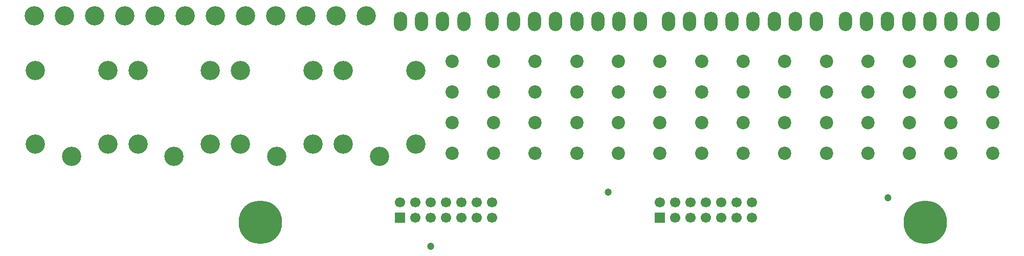
<source format=gbs>
G04 Layer_Color=16711935*
%FSLAX42Y42*%
%MOMM*%
G71*
G01*
G75*
%ADD29C,3.20*%
%ADD30C,2.20*%
%ADD31C,1.70*%
%ADD32R,1.70X1.70*%
%ADD33O,2.20X3.20*%
%ADD34C,7.20*%
%ADD35C,1.20*%
D29*
X1750Y3425D02*
D03*
X750D02*
D03*
X1250D02*
D03*
X250D02*
D03*
X-750D02*
D03*
X-250D02*
D03*
X-1250D02*
D03*
X-2250D02*
D03*
X-1750D02*
D03*
X-2750D02*
D03*
X-3750D02*
D03*
X-3250D02*
D03*
X2569Y2512D02*
D03*
X1369D02*
D03*
X1969Y1092D02*
D03*
X2569Y1292D02*
D03*
X1369D02*
D03*
X869Y2512D02*
D03*
X-331D02*
D03*
X269Y1092D02*
D03*
X869Y1292D02*
D03*
X-331D02*
D03*
X-831Y2512D02*
D03*
X-2031D02*
D03*
X-1431Y1092D02*
D03*
X-831Y1292D02*
D03*
X-2031D02*
D03*
X-2531Y2512D02*
D03*
X-3731D02*
D03*
X-3131Y1092D02*
D03*
X-2531Y1292D02*
D03*
X-3731D02*
D03*
D30*
X3169Y1648D02*
D03*
X3169Y2156D02*
D03*
X3169Y2664D02*
D03*
X3169Y1140D02*
D03*
X3857Y1648D02*
D03*
X3857Y2156D02*
D03*
X3857Y2664D02*
D03*
Y1140D02*
D03*
X4546Y1648D02*
D03*
X4546Y2156D02*
D03*
Y2664D02*
D03*
Y1140D02*
D03*
X5234Y1648D02*
D03*
X5234Y2156D02*
D03*
X5234Y2664D02*
D03*
X5234Y1140D02*
D03*
X5922Y1648D02*
D03*
Y2156D02*
D03*
Y2664D02*
D03*
Y1140D02*
D03*
X6611Y1648D02*
D03*
Y2156D02*
D03*
Y2664D02*
D03*
Y1140D02*
D03*
X7299Y1648D02*
D03*
Y2156D02*
D03*
Y2664D02*
D03*
Y1140D02*
D03*
X7988Y1648D02*
D03*
X7988Y2156D02*
D03*
X7988Y2664D02*
D03*
X7988Y1140D02*
D03*
X9365Y1648D02*
D03*
X9365Y2156D02*
D03*
Y2664D02*
D03*
Y1140D02*
D03*
X10053Y1648D02*
D03*
Y2156D02*
D03*
X10053Y2664D02*
D03*
X10053Y1140D02*
D03*
X10742Y1648D02*
D03*
X10742Y2156D02*
D03*
Y2664D02*
D03*
Y1140D02*
D03*
X11430Y1648D02*
D03*
Y2156D02*
D03*
X11430Y2664D02*
D03*
X11430Y1140D02*
D03*
X12119Y1648D02*
D03*
X12119Y2156D02*
D03*
X12119Y2664D02*
D03*
Y1140D02*
D03*
X8676Y1648D02*
D03*
Y2156D02*
D03*
Y2664D02*
D03*
Y1140D02*
D03*
D31*
X3831Y75D02*
D03*
Y329D02*
D03*
X3577Y75D02*
D03*
Y329D02*
D03*
X3323D02*
D03*
Y75D02*
D03*
X3069Y329D02*
D03*
Y75D02*
D03*
X2815Y329D02*
D03*
Y75D02*
D03*
X2561Y329D02*
D03*
Y75D02*
D03*
X2307Y329D02*
D03*
X8131Y75D02*
D03*
Y329D02*
D03*
X7877Y75D02*
D03*
Y329D02*
D03*
X7623D02*
D03*
Y75D02*
D03*
X7369Y329D02*
D03*
Y75D02*
D03*
X7115Y329D02*
D03*
Y75D02*
D03*
X6861Y329D02*
D03*
Y75D02*
D03*
X6607Y329D02*
D03*
D32*
X2307Y75D02*
D03*
X6607D02*
D03*
D33*
X2312Y3325D02*
D03*
X2662D02*
D03*
X3012D02*
D03*
X3362D02*
D03*
X3833D02*
D03*
X4183D02*
D03*
X4533D02*
D03*
X4883D02*
D03*
X5233D02*
D03*
X5583D02*
D03*
X5933D02*
D03*
X6283D02*
D03*
X6753Y3325D02*
D03*
X7103D02*
D03*
X7453D02*
D03*
X7803D02*
D03*
X8153D02*
D03*
X8503D02*
D03*
X8853D02*
D03*
X9203D02*
D03*
X9678D02*
D03*
X10028D02*
D03*
X10378D02*
D03*
X10728D02*
D03*
X11078D02*
D03*
X11428D02*
D03*
X11778D02*
D03*
X12128D02*
D03*
D34*
X0Y0D02*
D03*
X11000D02*
D03*
D35*
X5750Y500D02*
D03*
X10383Y405D02*
D03*
X2812Y-397D02*
D03*
M02*

</source>
